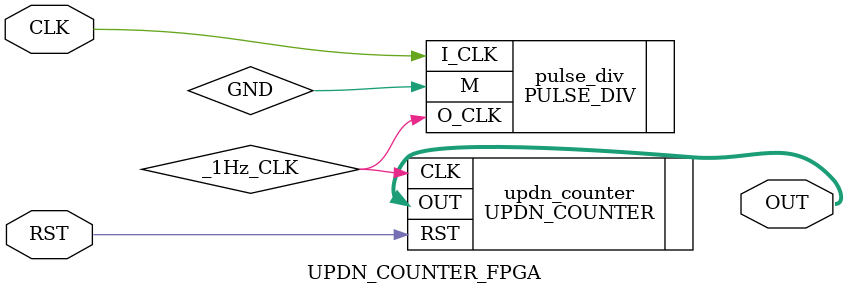
<source format=v>
`timescale 1ns / 1ps
`include "UPDN_COUNTER.v"
`include "PULSE_DIV.v"
module UPDN_COUNTER_FPGA(
	input CLK, 
	input RST,
	output [3:0] OUT
);
    wire _1Hz_CLK;
    PULSE_DIV pulse_div(.I_CLK(CLK), .M(GND), .O_CLK(_1Hz_CLK));
    UPDN_COUNTER updn_counter(.CLK(_1Hz_CLK), .RST(RST), .OUT(OUT));

endmodule

</source>
